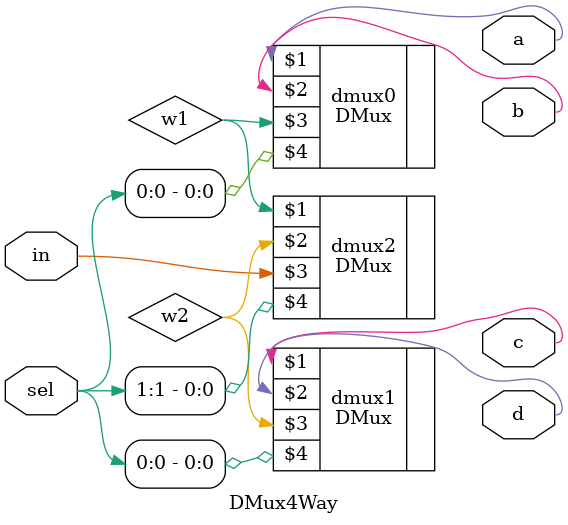
<source format=v>
`ifndef _DMux4Way_
`define _DMux4Way_

`include "DMux.v"

module DMux4Way (a,b,c,d,in,sel);
  input in;
  input [1:0] sel;
  output a,b,c,d;
  wire w1,w2;

  //Descrição
  DMux dmux0(a,b,w1,sel[0]);
  DMux dmux1(c,d,w2,sel[0]);
  DMux dmux2(w1,w2,in,sel[1]);


endmodule
`endif
</source>
